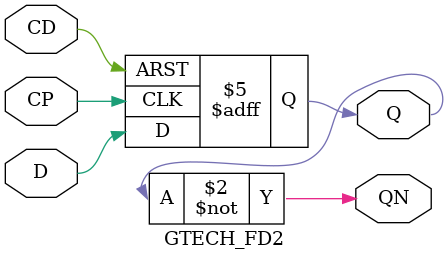
<source format=v>



module GTECH_FD2 (D, CP, CD, Q, QN);  
	input D, CP, CD;
	output Q, QN;

	reg Q, QN;
	
	always @(Q)
        begin
                QN = ~Q;
        end

        always @(posedge CP or negedge CD)
        begin
	    if (!CD)
		Q = 1'b0;
	    else
                Q = D;
        end
endmodule




</source>
